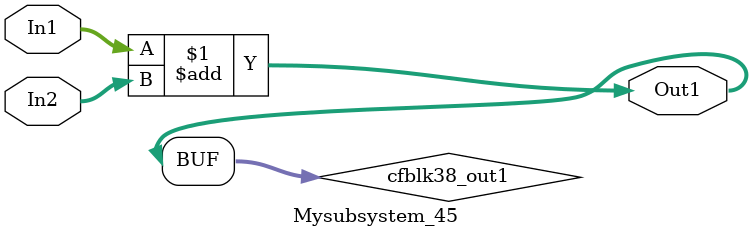
<source format=v>



`timescale 1 ns / 1 ns

module Mysubsystem_45
          (In1,
           In2,
           Out1);


  input   [7:0] In1;  // uint8
  input   [7:0] In2;  // uint8
  output  [7:0] Out1;  // uint8


  wire [7:0] cfblk38_out1;  // uint8


  assign cfblk38_out1 = In1 + In2;



  assign Out1 = cfblk38_out1;

endmodule  // Mysubsystem_45


</source>
